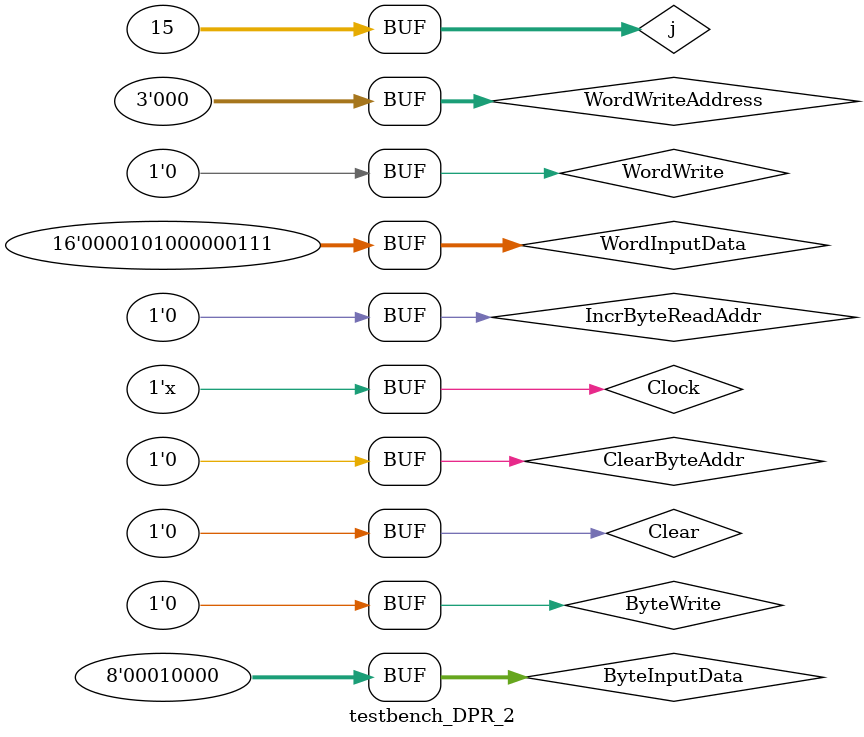
<source format=v>

/*
    testbench_DPR_2 - testbench for Dual Port RAM
        - word write followed by byte read
*/    

/*
	Simulation system asserts hard "Clear" for first 100ns
*/	

`timescale 1ns / 1ps

module testbench_DPR_2;

    localparam l2depth = 3; // (2 ^ l2depth) = number of words (not bytes) stored
	
    localparam l2width = 1; // 2 => 4 bytes, 32 bits
	                        // 1 => 2 bytes, 16 bits
							// 0 => 1 byte,   8 bits
							
    localparam WC = (1 << l2depth); // word count
    localparam BC = (1 << l2depth) * (1 << l2width); // byte count
    							
    reg Clock = 0;
	reg Clear = 0;
	
    reg  [8 * (1 << l2width) - 1 : 0] WordInputData = 32'h0201;
    wire [8 * (1 << l2width) - 1 : 0] WordOutputData;

	reg [l2depth - 1 : 0] WordReadAddress;
	reg [l2depth - 1 : 0] WordWriteAddress;

    reg  WordWrite = 0;
    wire SWordWrite;

    reg  [7:0] ByteInputData = 8'h10;
    wire [7:0] ByteOutputData;

    reg  ByteWrite = 0;
    wire SByteWrite;
    
    reg  IncrByteReadAddr = 0;
    wire SIncrByteReadAddr;
    
    wire Last;

    reg  ClearByteAddr = 0;
    wire SClearByteAddr;

	DualPortRAM #(.L2Width (l2width), .L2Depth (l2depth))
              U1 (.Clk (Clock),
				  .ByteWriteData  (ByteInputData),
				  .ByteWriteCycle (SByteWrite),
				  .ByteReadData   (ByteOutputData),
				  .IncrByteAddr   (SIncrByteReadAddr),
				  .ClearByteAddr  (SClearByteAddr),
				  .LastAddr       (Last),
				  .WordWriteData  (WordInputData),
		          .WordWriteCycle (SWordWrite),
				  .WordWriteAddr  (WordWriteAddress),
			      .WordReadData   (WordOutputData),
				  .WordReadAddr   (WordReadAddress));
                      
    SyncOneShot U2 (.trigger (ByteWrite),        .clk (Clock), .clr (Clear), .Q (SByteWrite)), 
                U3 (.trigger (IncrByteReadAddr), .clk (Clock), .clr (Clear), .Q (SIncrByteReadAddr)),
                U4 (.trigger (WordWrite),        .clk (Clock), .clr (Clear), .Q (SWordWrite)),      
                U6 (.trigger (ClearByteAddr),    .clk (Clock), .clr (Clear), .Q (SClearByteAddr));      


    //
    // test bench initializations
    //    
    initial
    begin
        $display ("module: %m");
        //$monitor ($time, " out data ready %d, out data 0x%h", outDataReady, outputData);
            
            Clear = 1;
        #50 Clear = 0;
    end

    //
    // clock period
    //
    always
        #5 Clock = ~Clock;  
        
    //
    // test run
    //

    integer j;
    
    initial
    begin
        
        #112   // wait for "clear" to go away
        
    //******************************************************************

        WordWriteAddress = 0;
        
        for (j=0; j<WC; j=j+1) 
        begin
            #10 WordInputData = (8'ha << 8) + j;
            #10 WordWrite = 1;
            #60 WordWrite = 0;
            #10 WordWriteAddress = WordWriteAddress + 1;
        end

            ClearByteAddr = 1;
        #60 ClearByteAddr = 0;
                
        for (j=0; j<BC-1; j=j+1)
        begin
            #10 IncrByteReadAddr = 1;
            #60 IncrByteReadAddr = 0;
        end
        
    end

endmodule

</source>
